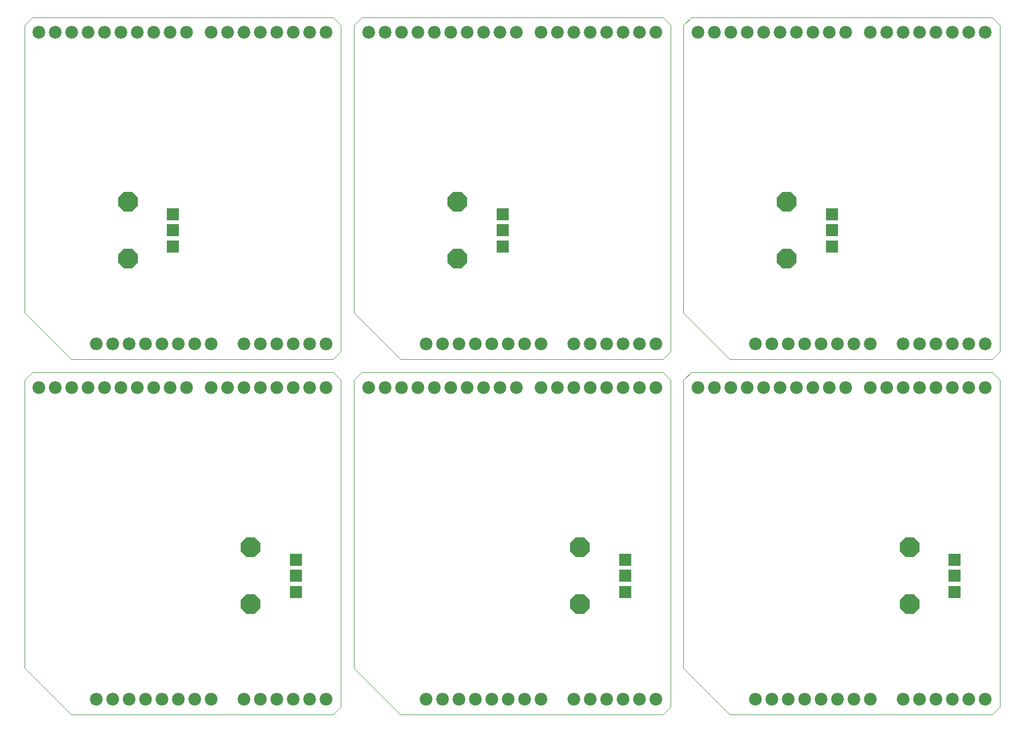
<source format=gbs>
G75*
%MOIN*%
%OFA0B0*%
%FSLAX25Y25*%
%IPPOS*%
%LPD*%
%AMOC8*
5,1,8,0,0,1.08239X$1,22.5*
%
%ADD10C,0.00004*%
%ADD11R,0.07800X0.07800*%
%ADD12OC8,0.12211*%
%ADD13C,0.07800*%
D10*
X0036043Y0037220D02*
X0064390Y0008874D01*
X0224232Y0008874D01*
X0228957Y0013598D01*
X0228957Y0212811D01*
X0224232Y0217535D01*
X0040768Y0217535D01*
X0036043Y0212811D01*
X0036043Y0037220D01*
X0236831Y0037220D02*
X0265177Y0008874D01*
X0425020Y0008874D01*
X0429744Y0013598D01*
X0429744Y0212811D01*
X0425020Y0217535D01*
X0241555Y0217535D01*
X0236831Y0212811D01*
X0236831Y0037220D01*
X0437618Y0037220D02*
X0465965Y0008874D01*
X0625807Y0008874D01*
X0630531Y0013598D01*
X0630531Y0212811D01*
X0625807Y0217535D01*
X0442343Y0217535D01*
X0437618Y0212811D01*
X0437618Y0037220D01*
X0425020Y0225409D02*
X0265177Y0225409D01*
X0236831Y0253756D01*
X0236831Y0429346D01*
X0241555Y0434071D01*
X0425020Y0434071D01*
X0429744Y0429346D01*
X0429744Y0230134D01*
X0425020Y0225409D01*
X0437618Y0253756D02*
X0465965Y0225409D01*
X0625807Y0225409D01*
X0630531Y0230134D01*
X0630531Y0429346D01*
X0625807Y0434071D01*
X0442343Y0434071D01*
X0437618Y0429346D01*
X0437618Y0253756D01*
X0228957Y0230134D02*
X0224232Y0225409D01*
X0064390Y0225409D01*
X0036043Y0253756D01*
X0036043Y0429346D01*
X0040768Y0434071D01*
X0224232Y0434071D01*
X0228957Y0429346D01*
X0228957Y0230134D01*
D11*
X0327382Y0294307D03*
X0327382Y0304150D03*
X0327382Y0313992D03*
X0528169Y0313992D03*
X0528169Y0304150D03*
X0528169Y0294307D03*
X0602972Y0103362D03*
X0602972Y0093520D03*
X0602972Y0083677D03*
X0402185Y0083677D03*
X0402185Y0093520D03*
X0402185Y0103362D03*
X0201398Y0103362D03*
X0201398Y0093520D03*
X0201398Y0083677D03*
X0126594Y0294307D03*
X0126594Y0304150D03*
X0126594Y0313992D03*
D12*
X0099035Y0321472D03*
X0099035Y0286827D03*
X0299823Y0286827D03*
X0299823Y0321472D03*
X0500610Y0321472D03*
X0500610Y0286827D03*
X0575413Y0110843D03*
X0575413Y0076197D03*
X0374626Y0076197D03*
X0374626Y0110843D03*
X0173839Y0110843D03*
X0173839Y0076197D03*
D13*
X0170000Y0018205D03*
X0180000Y0018205D03*
X0190000Y0018205D03*
X0200000Y0018205D03*
X0210000Y0018205D03*
X0220000Y0018205D03*
X0280787Y0018205D03*
X0290787Y0018205D03*
X0300787Y0018205D03*
X0310787Y0018205D03*
X0320787Y0018205D03*
X0330787Y0018205D03*
X0340787Y0018205D03*
X0350787Y0018205D03*
X0370787Y0018205D03*
X0380787Y0018205D03*
X0390787Y0018205D03*
X0400787Y0018205D03*
X0410787Y0018205D03*
X0420787Y0018205D03*
X0481575Y0018205D03*
X0491575Y0018205D03*
X0501575Y0018205D03*
X0511575Y0018205D03*
X0521575Y0018205D03*
X0531575Y0018205D03*
X0541575Y0018205D03*
X0551575Y0018205D03*
X0571575Y0018205D03*
X0581575Y0018205D03*
X0591575Y0018205D03*
X0601575Y0018205D03*
X0611575Y0018205D03*
X0621575Y0018205D03*
X0621575Y0208205D03*
X0611575Y0208205D03*
X0601575Y0208205D03*
X0591575Y0208205D03*
X0581575Y0208205D03*
X0571575Y0208205D03*
X0561575Y0208205D03*
X0551575Y0208205D03*
X0536575Y0208205D03*
X0526575Y0208205D03*
X0516575Y0208205D03*
X0506575Y0208205D03*
X0496575Y0208205D03*
X0486575Y0208205D03*
X0476575Y0208205D03*
X0466575Y0208205D03*
X0456575Y0208205D03*
X0446575Y0208205D03*
X0420787Y0208205D03*
X0410787Y0208205D03*
X0400787Y0208205D03*
X0390787Y0208205D03*
X0380787Y0208205D03*
X0370787Y0208205D03*
X0360787Y0208205D03*
X0350787Y0208205D03*
X0335787Y0208205D03*
X0325787Y0208205D03*
X0315787Y0208205D03*
X0305787Y0208205D03*
X0295787Y0208205D03*
X0285787Y0208205D03*
X0275787Y0208205D03*
X0265787Y0208205D03*
X0255787Y0208205D03*
X0245787Y0208205D03*
X0220000Y0208205D03*
X0210000Y0208205D03*
X0200000Y0208205D03*
X0190000Y0208205D03*
X0180000Y0208205D03*
X0170000Y0208205D03*
X0160000Y0208205D03*
X0150000Y0208205D03*
X0135000Y0208205D03*
X0125000Y0208205D03*
X0115000Y0208205D03*
X0105000Y0208205D03*
X0095000Y0208205D03*
X0085000Y0208205D03*
X0075000Y0208205D03*
X0065000Y0208205D03*
X0055000Y0208205D03*
X0045000Y0208205D03*
X0080000Y0234740D03*
X0090000Y0234740D03*
X0100000Y0234740D03*
X0110000Y0234740D03*
X0120000Y0234740D03*
X0130000Y0234740D03*
X0140000Y0234740D03*
X0150000Y0234740D03*
X0170000Y0234740D03*
X0180000Y0234740D03*
X0190000Y0234740D03*
X0200000Y0234740D03*
X0210000Y0234740D03*
X0220000Y0234740D03*
X0280787Y0234740D03*
X0290787Y0234740D03*
X0300787Y0234740D03*
X0310787Y0234740D03*
X0320787Y0234740D03*
X0330787Y0234740D03*
X0340787Y0234740D03*
X0350787Y0234740D03*
X0370787Y0234740D03*
X0380787Y0234740D03*
X0390787Y0234740D03*
X0400787Y0234740D03*
X0410787Y0234740D03*
X0420787Y0234740D03*
X0481575Y0234740D03*
X0491575Y0234740D03*
X0501575Y0234740D03*
X0511575Y0234740D03*
X0521575Y0234740D03*
X0531575Y0234740D03*
X0541575Y0234740D03*
X0551575Y0234740D03*
X0571575Y0234740D03*
X0581575Y0234740D03*
X0591575Y0234740D03*
X0601575Y0234740D03*
X0611575Y0234740D03*
X0621575Y0234740D03*
X0621575Y0424740D03*
X0611575Y0424740D03*
X0601575Y0424740D03*
X0591575Y0424740D03*
X0581575Y0424740D03*
X0571575Y0424740D03*
X0561575Y0424740D03*
X0551575Y0424740D03*
X0536575Y0424740D03*
X0526575Y0424740D03*
X0516575Y0424740D03*
X0506575Y0424740D03*
X0496575Y0424740D03*
X0486575Y0424740D03*
X0476575Y0424740D03*
X0466575Y0424740D03*
X0456575Y0424740D03*
X0446575Y0424740D03*
X0420787Y0424740D03*
X0410787Y0424740D03*
X0400787Y0424740D03*
X0390787Y0424740D03*
X0380787Y0424740D03*
X0370787Y0424740D03*
X0360787Y0424740D03*
X0350787Y0424740D03*
X0335787Y0424740D03*
X0325787Y0424740D03*
X0315787Y0424740D03*
X0305787Y0424740D03*
X0295787Y0424740D03*
X0285787Y0424740D03*
X0275787Y0424740D03*
X0265787Y0424740D03*
X0255787Y0424740D03*
X0245787Y0424740D03*
X0220000Y0424740D03*
X0210000Y0424740D03*
X0200000Y0424740D03*
X0190000Y0424740D03*
X0180000Y0424740D03*
X0170000Y0424740D03*
X0160000Y0424740D03*
X0150000Y0424740D03*
X0135000Y0424740D03*
X0125000Y0424740D03*
X0115000Y0424740D03*
X0105000Y0424740D03*
X0095000Y0424740D03*
X0085000Y0424740D03*
X0075000Y0424740D03*
X0065000Y0424740D03*
X0055000Y0424740D03*
X0045000Y0424740D03*
X0080000Y0018205D03*
X0090000Y0018205D03*
X0100000Y0018205D03*
X0110000Y0018205D03*
X0120000Y0018205D03*
X0130000Y0018205D03*
X0140000Y0018205D03*
X0150000Y0018205D03*
M02*

</source>
